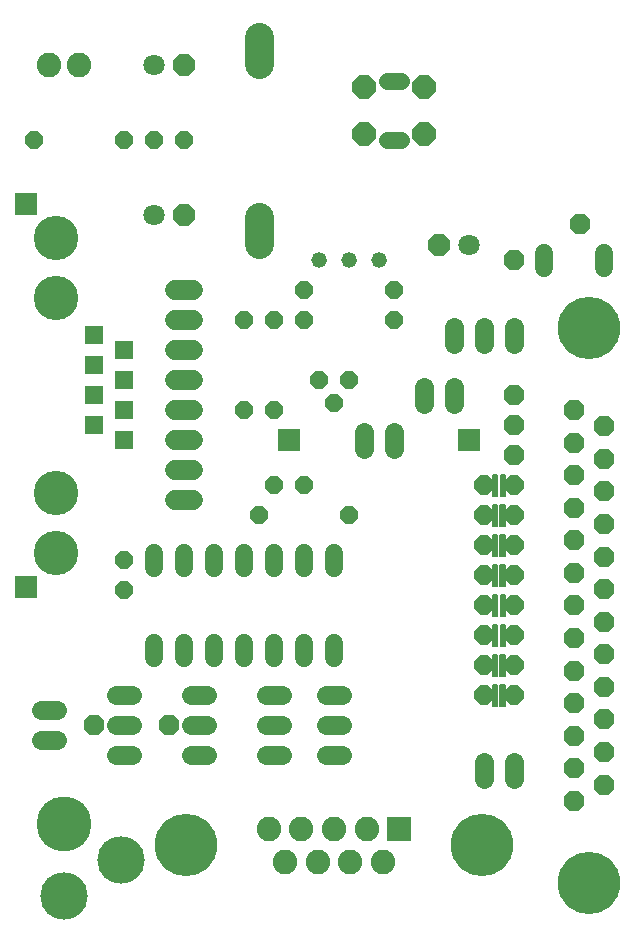
<source format=gbs>
G75*
%MOIN*%
%OFA0B0*%
%FSLAX24Y24*%
%IPPOS*%
%LPD*%
%AMOC8*
5,1,8,0,0,1.08239X$1,22.5*
%
%ADD10C,0.0600*%
%ADD11C,0.0640*%
%ADD12OC8,0.0680*%
%ADD13C,0.2080*%
%ADD14R,0.0820X0.0820*%
%ADD15C,0.0820*%
%ADD16C,0.0556*%
%ADD17OC8,0.0710*%
%ADD18C,0.0710*%
%ADD19C,0.0965*%
%ADD20OC8,0.0600*%
%ADD21C,0.0520*%
%ADD22OC8,0.0785*%
%ADD23OC8,0.0640*%
%ADD24C,0.0050*%
%ADD25R,0.0595X0.0595*%
%ADD26C,0.1480*%
%ADD27R,0.0755X0.0755*%
%ADD28C,0.0680*%
%ADD29C,0.1830*%
%ADD30C,0.1580*%
D10*
X006125Y012603D02*
X006125Y013123D01*
X007125Y013123D02*
X007125Y012603D01*
X008125Y012603D02*
X008125Y013123D01*
X009125Y013123D02*
X009125Y012603D01*
X010125Y012603D02*
X010125Y013123D01*
X011125Y013123D02*
X011125Y012603D01*
X012125Y012603D02*
X012125Y013123D01*
X012125Y015603D02*
X012125Y016123D01*
X011125Y016123D02*
X011125Y015603D01*
X010125Y015603D02*
X010125Y016123D01*
X009125Y016123D02*
X009125Y015603D01*
X008125Y015603D02*
X008125Y016123D01*
X007125Y016123D02*
X007125Y015603D01*
X006125Y015603D02*
X006125Y016123D01*
X019125Y025603D02*
X019125Y026123D01*
X021125Y026123D02*
X021125Y025603D01*
D11*
X018125Y023643D02*
X018125Y023083D01*
X017125Y023083D02*
X017125Y023643D01*
X016125Y023643D02*
X016125Y023083D01*
X016125Y021643D02*
X016125Y021083D01*
X015125Y021083D02*
X015125Y021643D01*
X014125Y020143D02*
X014125Y019583D01*
X013125Y019583D02*
X013125Y020143D01*
X012405Y011363D02*
X011845Y011363D01*
X011845Y010363D02*
X012405Y010363D01*
X012405Y009363D02*
X011845Y009363D01*
X010405Y009363D02*
X009845Y009363D01*
X009845Y010363D02*
X010405Y010363D01*
X010405Y011363D02*
X009845Y011363D01*
X007905Y011363D02*
X007345Y011363D01*
X007345Y010363D02*
X007905Y010363D01*
X007905Y009363D02*
X007345Y009363D01*
X005405Y009363D02*
X004845Y009363D01*
X004845Y010363D02*
X005405Y010363D01*
X005405Y011363D02*
X004845Y011363D01*
X002905Y010863D02*
X002345Y010863D01*
X002345Y009863D02*
X002905Y009863D01*
X017125Y009143D02*
X017125Y008583D01*
X018125Y008583D02*
X018125Y009143D01*
D12*
X020125Y008933D03*
X020125Y010013D03*
X020125Y011103D03*
X020125Y012193D03*
X020125Y013273D03*
X020125Y014363D03*
X020125Y015453D03*
X020125Y016533D03*
X020125Y017623D03*
X020125Y018713D03*
X020125Y019793D03*
X020125Y020883D03*
X021125Y020343D03*
X021125Y019253D03*
X021125Y018163D03*
X021125Y017083D03*
X021125Y015993D03*
X021125Y014903D03*
X021125Y013823D03*
X021125Y012733D03*
X021125Y011643D03*
X021125Y010563D03*
X021125Y009473D03*
X021125Y008383D03*
X020125Y007843D03*
X018125Y019363D03*
X018125Y020363D03*
X018125Y021363D03*
X018125Y025863D03*
X020325Y027063D03*
X006625Y010363D03*
X004125Y010363D03*
D13*
X007204Y006363D03*
X017046Y006363D03*
X020625Y005103D03*
X020625Y023623D03*
D14*
X014306Y006922D03*
D15*
X013759Y005804D03*
X013216Y006922D03*
X012668Y005804D03*
X012125Y006922D03*
X011582Y005804D03*
X011034Y006922D03*
X010491Y005804D03*
X009944Y006922D03*
X003625Y032363D03*
X002625Y032363D03*
D16*
X013887Y031847D02*
X014363Y031847D01*
X014363Y029879D02*
X013887Y029879D01*
D17*
X015625Y026363D03*
X007125Y027363D03*
X007125Y032363D03*
D18*
X006125Y032363D03*
X006125Y027363D03*
X016625Y026363D03*
D19*
X009625Y026421D02*
X009625Y027306D01*
X009625Y032421D02*
X009625Y033306D01*
D20*
X007125Y029863D03*
X006125Y029863D03*
X005125Y029863D03*
X002125Y029863D03*
X009125Y023863D03*
X010125Y023863D03*
X011125Y023863D03*
X011125Y024863D03*
X011625Y021863D03*
X012125Y021113D03*
X012625Y021863D03*
X014125Y023863D03*
X014125Y024863D03*
X010125Y020863D03*
X009125Y020863D03*
X010125Y018363D03*
X009625Y017363D03*
X011125Y018363D03*
X012625Y017363D03*
X005125Y015863D03*
X005125Y014863D03*
D21*
X011625Y025863D03*
X012625Y025863D03*
X013625Y025863D03*
D22*
X013140Y030078D03*
X013140Y031648D03*
X015110Y031648D03*
X015110Y030078D03*
D23*
X017125Y018363D03*
X017125Y017363D03*
X017125Y016363D03*
X017125Y015363D03*
X017125Y014363D03*
X017125Y013363D03*
X017125Y012363D03*
X017125Y011363D03*
X018125Y011363D03*
X018125Y012363D03*
X018125Y013363D03*
X018125Y014363D03*
X018125Y015363D03*
X018125Y016363D03*
X018125Y017363D03*
X018125Y018363D03*
D24*
X017825Y018350D02*
X017685Y018350D01*
X017685Y018398D02*
X017825Y018398D01*
X017825Y018447D02*
X017685Y018447D01*
X017685Y018495D02*
X017825Y018495D01*
X017825Y018544D02*
X017685Y018544D01*
X017685Y018592D02*
X017825Y018592D01*
X017825Y018641D02*
X017685Y018641D01*
X017685Y018689D02*
X017825Y018689D01*
X017825Y018713D02*
X017685Y018713D01*
X017685Y018013D01*
X017825Y018013D01*
X017825Y018713D01*
X017575Y018713D02*
X017575Y018013D01*
X017425Y018013D01*
X017425Y018713D01*
X017575Y018713D01*
X017575Y018689D02*
X017425Y018689D01*
X017425Y018641D02*
X017575Y018641D01*
X017575Y018592D02*
X017425Y018592D01*
X017425Y018544D02*
X017575Y018544D01*
X017575Y018495D02*
X017425Y018495D01*
X017425Y018447D02*
X017575Y018447D01*
X017575Y018398D02*
X017425Y018398D01*
X017425Y018350D02*
X017575Y018350D01*
X017575Y018301D02*
X017425Y018301D01*
X017425Y018253D02*
X017575Y018253D01*
X017575Y018204D02*
X017425Y018204D01*
X017425Y018156D02*
X017575Y018156D01*
X017575Y018107D02*
X017425Y018107D01*
X017425Y018059D02*
X017575Y018059D01*
X017685Y018059D02*
X017825Y018059D01*
X017825Y018107D02*
X017685Y018107D01*
X017685Y018156D02*
X017825Y018156D01*
X017825Y018204D02*
X017685Y018204D01*
X017685Y018253D02*
X017825Y018253D01*
X017825Y018301D02*
X017685Y018301D01*
X017675Y017713D02*
X017825Y017713D01*
X017825Y017013D01*
X017675Y017013D01*
X017675Y017713D01*
X017675Y017671D02*
X017825Y017671D01*
X017825Y017622D02*
X017675Y017622D01*
X017675Y017574D02*
X017825Y017574D01*
X017825Y017525D02*
X017675Y017525D01*
X017675Y017477D02*
X017825Y017477D01*
X017825Y017428D02*
X017675Y017428D01*
X017675Y017380D02*
X017825Y017380D01*
X017825Y017331D02*
X017675Y017331D01*
X017675Y017283D02*
X017825Y017283D01*
X017825Y017234D02*
X017675Y017234D01*
X017675Y017186D02*
X017825Y017186D01*
X017825Y017137D02*
X017675Y017137D01*
X017675Y017089D02*
X017825Y017089D01*
X017825Y017040D02*
X017675Y017040D01*
X017565Y017040D02*
X017425Y017040D01*
X017425Y017013D02*
X017565Y017013D01*
X017565Y017713D01*
X017425Y017713D01*
X017425Y017013D01*
X017425Y017089D02*
X017565Y017089D01*
X017565Y017137D02*
X017425Y017137D01*
X017425Y017186D02*
X017565Y017186D01*
X017565Y017234D02*
X017425Y017234D01*
X017425Y017283D02*
X017565Y017283D01*
X017565Y017331D02*
X017425Y017331D01*
X017425Y017380D02*
X017565Y017380D01*
X017565Y017428D02*
X017425Y017428D01*
X017425Y017477D02*
X017565Y017477D01*
X017565Y017525D02*
X017425Y017525D01*
X017425Y017574D02*
X017565Y017574D01*
X017565Y017622D02*
X017425Y017622D01*
X017425Y017671D02*
X017565Y017671D01*
X017565Y016713D02*
X017425Y016713D01*
X017425Y016013D01*
X017565Y016013D01*
X017565Y016713D01*
X017565Y016701D02*
X017425Y016701D01*
X017425Y016652D02*
X017565Y016652D01*
X017565Y016604D02*
X017425Y016604D01*
X017425Y016555D02*
X017565Y016555D01*
X017565Y016507D02*
X017425Y016507D01*
X017425Y016458D02*
X017565Y016458D01*
X017565Y016410D02*
X017425Y016410D01*
X017425Y016361D02*
X017565Y016361D01*
X017565Y016313D02*
X017425Y016313D01*
X017425Y016264D02*
X017565Y016264D01*
X017565Y016216D02*
X017425Y016216D01*
X017425Y016167D02*
X017565Y016167D01*
X017565Y016119D02*
X017425Y016119D01*
X017425Y016070D02*
X017565Y016070D01*
X017565Y016022D02*
X017425Y016022D01*
X017675Y016022D02*
X017825Y016022D01*
X017825Y016013D02*
X017675Y016013D01*
X017675Y016713D01*
X017825Y016713D01*
X017825Y016013D01*
X017825Y016070D02*
X017675Y016070D01*
X017675Y016119D02*
X017825Y016119D01*
X017825Y016167D02*
X017675Y016167D01*
X017675Y016216D02*
X017825Y016216D01*
X017825Y016264D02*
X017675Y016264D01*
X017675Y016313D02*
X017825Y016313D01*
X017825Y016361D02*
X017675Y016361D01*
X017675Y016410D02*
X017825Y016410D01*
X017825Y016458D02*
X017675Y016458D01*
X017675Y016507D02*
X017825Y016507D01*
X017825Y016555D02*
X017675Y016555D01*
X017675Y016604D02*
X017825Y016604D01*
X017825Y016652D02*
X017675Y016652D01*
X017675Y016701D02*
X017825Y016701D01*
X017825Y015713D02*
X017675Y015713D01*
X017675Y015013D01*
X017825Y015013D01*
X017825Y015713D01*
X017825Y015682D02*
X017675Y015682D01*
X017675Y015634D02*
X017825Y015634D01*
X017825Y015585D02*
X017675Y015585D01*
X017675Y015537D02*
X017825Y015537D01*
X017825Y015488D02*
X017675Y015488D01*
X017675Y015440D02*
X017825Y015440D01*
X017825Y015391D02*
X017675Y015391D01*
X017675Y015343D02*
X017825Y015343D01*
X017825Y015294D02*
X017675Y015294D01*
X017675Y015246D02*
X017825Y015246D01*
X017825Y015197D02*
X017675Y015197D01*
X017675Y015149D02*
X017825Y015149D01*
X017825Y015100D02*
X017675Y015100D01*
X017675Y015052D02*
X017825Y015052D01*
X017565Y015052D02*
X017425Y015052D01*
X017425Y015013D02*
X017565Y015013D01*
X017565Y015713D01*
X017425Y015713D01*
X017425Y015013D01*
X017425Y015100D02*
X017565Y015100D01*
X017565Y015149D02*
X017425Y015149D01*
X017425Y015197D02*
X017565Y015197D01*
X017565Y015246D02*
X017425Y015246D01*
X017425Y015294D02*
X017565Y015294D01*
X017565Y015343D02*
X017425Y015343D01*
X017425Y015391D02*
X017565Y015391D01*
X017565Y015440D02*
X017425Y015440D01*
X017425Y015488D02*
X017565Y015488D01*
X017565Y015537D02*
X017425Y015537D01*
X017425Y015585D02*
X017565Y015585D01*
X017565Y015634D02*
X017425Y015634D01*
X017425Y015682D02*
X017565Y015682D01*
X017575Y014713D02*
X017425Y014713D01*
X017425Y014013D01*
X017575Y014013D01*
X017575Y014713D01*
X017575Y014712D02*
X017425Y014712D01*
X017425Y014664D02*
X017575Y014664D01*
X017575Y014615D02*
X017425Y014615D01*
X017425Y014567D02*
X017575Y014567D01*
X017575Y014518D02*
X017425Y014518D01*
X017425Y014470D02*
X017575Y014470D01*
X017575Y014421D02*
X017425Y014421D01*
X017425Y014373D02*
X017575Y014373D01*
X017575Y014324D02*
X017425Y014324D01*
X017425Y014276D02*
X017575Y014276D01*
X017575Y014227D02*
X017425Y014227D01*
X017425Y014179D02*
X017575Y014179D01*
X017575Y014130D02*
X017425Y014130D01*
X017425Y014082D02*
X017575Y014082D01*
X017575Y014033D02*
X017425Y014033D01*
X017685Y014033D02*
X017825Y014033D01*
X017825Y014013D02*
X017825Y014713D01*
X017685Y014713D01*
X017685Y014013D01*
X017825Y014013D01*
X017825Y014082D02*
X017685Y014082D01*
X017685Y014130D02*
X017825Y014130D01*
X017825Y014179D02*
X017685Y014179D01*
X017685Y014227D02*
X017825Y014227D01*
X017825Y014276D02*
X017685Y014276D01*
X017685Y014324D02*
X017825Y014324D01*
X017825Y014373D02*
X017685Y014373D01*
X017685Y014421D02*
X017825Y014421D01*
X017825Y014470D02*
X017685Y014470D01*
X017685Y014518D02*
X017825Y014518D01*
X017825Y014567D02*
X017685Y014567D01*
X017685Y014615D02*
X017825Y014615D01*
X017825Y014664D02*
X017685Y014664D01*
X017685Y014712D02*
X017825Y014712D01*
X017825Y013713D02*
X017685Y013713D01*
X017685Y013013D01*
X017825Y013013D01*
X017825Y013713D01*
X017825Y013694D02*
X017685Y013694D01*
X017685Y013645D02*
X017825Y013645D01*
X017825Y013597D02*
X017685Y013597D01*
X017685Y013548D02*
X017825Y013548D01*
X017825Y013500D02*
X017685Y013500D01*
X017685Y013451D02*
X017825Y013451D01*
X017825Y013403D02*
X017685Y013403D01*
X017685Y013354D02*
X017825Y013354D01*
X017825Y013306D02*
X017685Y013306D01*
X017685Y013257D02*
X017825Y013257D01*
X017825Y013209D02*
X017685Y013209D01*
X017685Y013160D02*
X017825Y013160D01*
X017825Y013112D02*
X017685Y013112D01*
X017685Y013063D02*
X017825Y013063D01*
X017825Y013015D02*
X017685Y013015D01*
X017575Y013015D02*
X017425Y013015D01*
X017425Y013013D02*
X017575Y013013D01*
X017575Y013713D01*
X017425Y013713D01*
X017425Y013013D01*
X017425Y013063D02*
X017575Y013063D01*
X017575Y013112D02*
X017425Y013112D01*
X017425Y013160D02*
X017575Y013160D01*
X017575Y013209D02*
X017425Y013209D01*
X017425Y013257D02*
X017575Y013257D01*
X017575Y013306D02*
X017425Y013306D01*
X017425Y013354D02*
X017575Y013354D01*
X017575Y013403D02*
X017425Y013403D01*
X017425Y013451D02*
X017575Y013451D01*
X017575Y013500D02*
X017425Y013500D01*
X017425Y013548D02*
X017575Y013548D01*
X017575Y013597D02*
X017425Y013597D01*
X017425Y013645D02*
X017575Y013645D01*
X017575Y013694D02*
X017425Y013694D01*
X017425Y012713D02*
X017425Y012013D01*
X017565Y012013D01*
X017565Y012713D01*
X017425Y012713D01*
X017425Y012675D02*
X017565Y012675D01*
X017565Y012627D02*
X017425Y012627D01*
X017425Y012578D02*
X017565Y012578D01*
X017565Y012530D02*
X017425Y012530D01*
X017425Y012481D02*
X017565Y012481D01*
X017565Y012433D02*
X017425Y012433D01*
X017425Y012384D02*
X017565Y012384D01*
X017565Y012336D02*
X017425Y012336D01*
X017425Y012287D02*
X017565Y012287D01*
X017565Y012239D02*
X017425Y012239D01*
X017425Y012190D02*
X017565Y012190D01*
X017565Y012142D02*
X017425Y012142D01*
X017425Y012093D02*
X017565Y012093D01*
X017565Y012045D02*
X017425Y012045D01*
X017675Y012045D02*
X017825Y012045D01*
X017825Y012013D02*
X017675Y012013D01*
X017675Y012713D01*
X017825Y012713D01*
X017825Y012013D01*
X017825Y012093D02*
X017675Y012093D01*
X017675Y012142D02*
X017825Y012142D01*
X017825Y012190D02*
X017675Y012190D01*
X017675Y012239D02*
X017825Y012239D01*
X017825Y012287D02*
X017675Y012287D01*
X017675Y012336D02*
X017825Y012336D01*
X017825Y012384D02*
X017675Y012384D01*
X017675Y012433D02*
X017825Y012433D01*
X017825Y012481D02*
X017675Y012481D01*
X017675Y012530D02*
X017825Y012530D01*
X017825Y012578D02*
X017675Y012578D01*
X017675Y012627D02*
X017825Y012627D01*
X017825Y012675D02*
X017675Y012675D01*
X017675Y011713D02*
X017825Y011713D01*
X017825Y011013D01*
X017675Y011013D01*
X017675Y011713D01*
X017675Y011705D02*
X017825Y011705D01*
X017825Y011657D02*
X017675Y011657D01*
X017675Y011608D02*
X017825Y011608D01*
X017825Y011560D02*
X017675Y011560D01*
X017675Y011511D02*
X017825Y011511D01*
X017825Y011463D02*
X017675Y011463D01*
X017675Y011414D02*
X017825Y011414D01*
X017825Y011366D02*
X017675Y011366D01*
X017675Y011317D02*
X017825Y011317D01*
X017825Y011269D02*
X017675Y011269D01*
X017675Y011220D02*
X017825Y011220D01*
X017825Y011172D02*
X017675Y011172D01*
X017675Y011123D02*
X017825Y011123D01*
X017825Y011075D02*
X017675Y011075D01*
X017675Y011026D02*
X017825Y011026D01*
X017565Y011026D02*
X017425Y011026D01*
X017425Y011013D02*
X017565Y011013D01*
X017565Y011713D01*
X017425Y011713D01*
X017425Y011013D01*
X017425Y011075D02*
X017565Y011075D01*
X017565Y011123D02*
X017425Y011123D01*
X017425Y011172D02*
X017565Y011172D01*
X017565Y011220D02*
X017425Y011220D01*
X017425Y011269D02*
X017565Y011269D01*
X017565Y011317D02*
X017425Y011317D01*
X017425Y011366D02*
X017565Y011366D01*
X017565Y011414D02*
X017425Y011414D01*
X017425Y011463D02*
X017565Y011463D01*
X017565Y011511D02*
X017425Y011511D01*
X017425Y011560D02*
X017565Y011560D01*
X017565Y011608D02*
X017425Y011608D01*
X017425Y011657D02*
X017565Y011657D01*
X017565Y011705D02*
X017425Y011705D01*
D25*
X005125Y019863D03*
X005125Y020863D03*
X005125Y021863D03*
X005125Y022863D03*
X004125Y022363D03*
X004125Y021363D03*
X004125Y020363D03*
X004125Y023363D03*
D26*
X002875Y024613D03*
X002875Y026613D03*
X002875Y018113D03*
X002875Y016113D03*
D27*
X001875Y014983D03*
X010625Y019863D03*
X016625Y019863D03*
X001875Y027743D03*
D28*
X006825Y024863D02*
X007425Y024863D01*
X007425Y023863D02*
X006825Y023863D01*
X006825Y022863D02*
X007425Y022863D01*
X007425Y021863D02*
X006825Y021863D01*
X006825Y020863D02*
X007425Y020863D01*
X007425Y019863D02*
X006825Y019863D01*
X006825Y018863D02*
X007425Y018863D01*
X007425Y017863D02*
X006825Y017863D01*
D29*
X003125Y007084D03*
D30*
X003125Y004682D03*
X005015Y005863D03*
M02*

</source>
